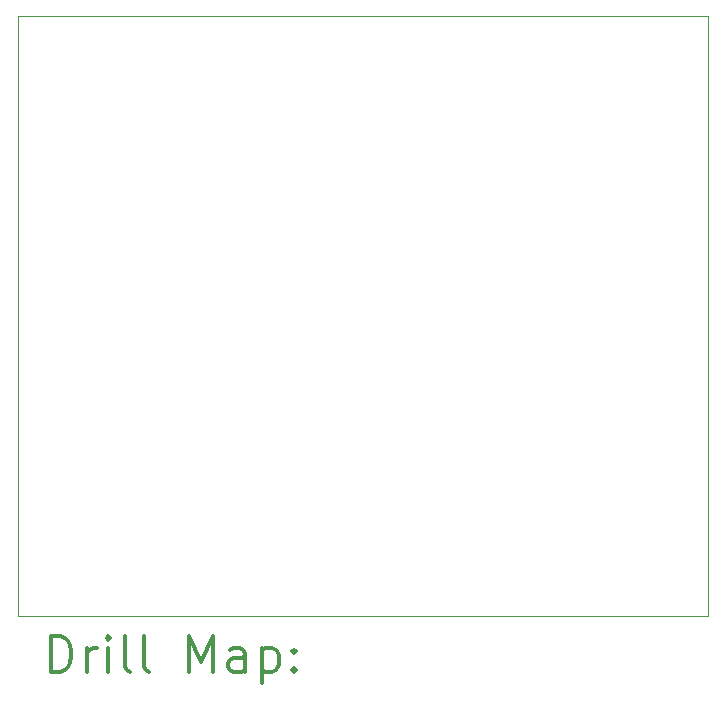
<source format=gbr>
%FSLAX45Y45*%
G04 Gerber Fmt 4.5, Leading zero omitted, Abs format (unit mm)*
G04 Created by KiCad (PCBNEW 5.1.10-88a1d61d58~90~ubuntu20.04.1) date 2021-09-06 13:30:36*
%MOMM*%
%LPD*%
G01*
G04 APERTURE LIST*
%TA.AperFunction,Profile*%
%ADD10C,0.050000*%
%TD*%
%ADD11C,0.200000*%
%ADD12C,0.300000*%
G04 APERTURE END LIST*
D10*
X14986000Y-6604000D02*
X9144000Y-6604000D01*
X14986000Y-11684000D02*
X14986000Y-6604000D01*
X9144000Y-11684000D02*
X14986000Y-11684000D01*
X9144000Y-6604000D02*
X9144000Y-11684000D01*
D11*
D12*
X9427928Y-12152214D02*
X9427928Y-11852214D01*
X9499357Y-11852214D01*
X9542214Y-11866500D01*
X9570786Y-11895071D01*
X9585071Y-11923643D01*
X9599357Y-11980786D01*
X9599357Y-12023643D01*
X9585071Y-12080786D01*
X9570786Y-12109357D01*
X9542214Y-12137929D01*
X9499357Y-12152214D01*
X9427928Y-12152214D01*
X9727928Y-12152214D02*
X9727928Y-11952214D01*
X9727928Y-12009357D02*
X9742214Y-11980786D01*
X9756500Y-11966500D01*
X9785071Y-11952214D01*
X9813643Y-11952214D01*
X9913643Y-12152214D02*
X9913643Y-11952214D01*
X9913643Y-11852214D02*
X9899357Y-11866500D01*
X9913643Y-11880786D01*
X9927928Y-11866500D01*
X9913643Y-11852214D01*
X9913643Y-11880786D01*
X10099357Y-12152214D02*
X10070786Y-12137929D01*
X10056500Y-12109357D01*
X10056500Y-11852214D01*
X10256500Y-12152214D02*
X10227928Y-12137929D01*
X10213643Y-12109357D01*
X10213643Y-11852214D01*
X10599357Y-12152214D02*
X10599357Y-11852214D01*
X10699357Y-12066500D01*
X10799357Y-11852214D01*
X10799357Y-12152214D01*
X11070786Y-12152214D02*
X11070786Y-11995071D01*
X11056500Y-11966500D01*
X11027928Y-11952214D01*
X10970786Y-11952214D01*
X10942214Y-11966500D01*
X11070786Y-12137929D02*
X11042214Y-12152214D01*
X10970786Y-12152214D01*
X10942214Y-12137929D01*
X10927928Y-12109357D01*
X10927928Y-12080786D01*
X10942214Y-12052214D01*
X10970786Y-12037929D01*
X11042214Y-12037929D01*
X11070786Y-12023643D01*
X11213643Y-11952214D02*
X11213643Y-12252214D01*
X11213643Y-11966500D02*
X11242214Y-11952214D01*
X11299357Y-11952214D01*
X11327928Y-11966500D01*
X11342214Y-11980786D01*
X11356500Y-12009357D01*
X11356500Y-12095071D01*
X11342214Y-12123643D01*
X11327928Y-12137929D01*
X11299357Y-12152214D01*
X11242214Y-12152214D01*
X11213643Y-12137929D01*
X11485071Y-12123643D02*
X11499357Y-12137929D01*
X11485071Y-12152214D01*
X11470786Y-12137929D01*
X11485071Y-12123643D01*
X11485071Y-12152214D01*
X11485071Y-11966500D02*
X11499357Y-11980786D01*
X11485071Y-11995071D01*
X11470786Y-11980786D01*
X11485071Y-11966500D01*
X11485071Y-11995071D01*
M02*

</source>
